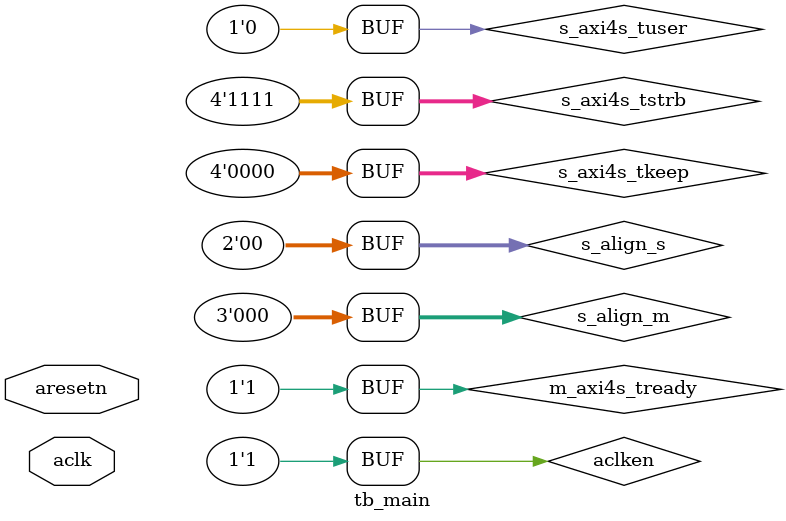
<source format=sv>

`timescale 1ns / 1ps
`default_nettype none


module tb_main
        (
            input   wire        aresetn,
            input   wire        aclk
        );
    

    parameter   bit     HAS_STRB         = 1;
    parameter   bit     HAS_KEEP         = 0;
    parameter   bit     HAS_FIRST        = 1;
    parameter   bit     HAS_LAST         = 1;
    parameter   bit     HAS_ALIGN_S      = 0;  // slave 側のアライメントを指定する
    parameter   bit     HAS_ALIGN_M      = 0;  // master 側のアライメントを指定する
    parameter   int     BYTE_WIDTH       = 8;
    parameter   int     S_TDATA_WIDTH    = 4*8;
    parameter   int     M_TDATA_WIDTH    = 5*8;
    parameter   int     S_TUSER_WIDTH    = 0;
    parameter   bit     AUTO_FIRST       = (HAS_LAST & !HAS_FIRST);    // last の次を自動的に first とする
    parameter   bit     FIRST_OVERWRITE  = 1;  // first時前方に残変換があれば吐き出さずに上書き
    parameter   bit     FIRST_FORCE_LAST = 1;  // first時前方に残変換があれば強制的にlastを付与(残が無い場合はlastはつかない)
    parameter   int     ALIGN_S_WIDTH    = $clog2(S_TDATA_WIDTH / BYTE_WIDTH);
    parameter   int     ALIGN_M_WIDTH    = $clog2(M_TDATA_WIDTH / BYTE_WIDTH);
    parameter   bit     S_REGS           = 1;

    // local
    localparam  int     S_TSTRB_WIDTH    = S_TDATA_WIDTH / BYTE_WIDTH;
    localparam  int     S_TKEEP_WIDTH    = S_TDATA_WIDTH / BYTE_WIDTH;
    localparam  int     M_TSTRB_WIDTH    = M_TDATA_WIDTH / BYTE_WIDTH;
    localparam  int     M_TKEEP_WIDTH    = M_TDATA_WIDTH / BYTE_WIDTH;
    localparam  int     M_TUSER_WIDTH    = S_TUSER_WIDTH * M_TDATA_WIDTH / S_TDATA_WIDTH;
    localparam  int     S_TDATA_BITS     = S_TDATA_WIDTH > 0 ? S_TDATA_WIDTH : 1;
    localparam  int     S_TSTRB_BITS     = S_TSTRB_WIDTH > 0 ? S_TSTRB_WIDTH : 1;
    localparam  int     S_TKEEP_BITS     = S_TKEEP_WIDTH > 0 ? S_TKEEP_WIDTH : 1;
    localparam  int     S_TUSER_BITS     = S_TUSER_WIDTH > 0 ? S_TUSER_WIDTH : 1;
    localparam  int     M_TDATA_BITS     = M_TDATA_WIDTH > 0 ? M_TDATA_WIDTH : 1;
    localparam  int     M_TSTRB_BITS     = M_TSTRB_WIDTH > 0 ? M_TSTRB_WIDTH : 1;
    localparam  int     M_TKEEP_BITS     = M_TKEEP_WIDTH > 0 ? M_TKEEP_WIDTH : 1;
    localparam  int     M_TUSER_BITS     = M_TUSER_WIDTH > 0 ? M_TUSER_WIDTH : 1;
        


//    logic                        aresetn;
//    logic                        aclk;
    logic                        aclken = 1'b1;

    logic                        endian;

    logic    [ALIGN_S_WIDTH-1:0] s_align_s;
    logic    [ALIGN_M_WIDTH-1:0] s_align_m;
    logic    [S_TDATA_BITS-1:0]  s_axi4s_tdata;
    logic    [S_TSTRB_BITS-1:0]  s_axi4s_tstrb;
    logic    [S_TKEEP_BITS-1:0]  s_axi4s_tkeep;
    logic                        s_axi4s_tfirst;
    logic                        s_axi4s_tlast;
    logic    [S_TUSER_BITS-1:0]  s_axi4s_tuser;
    logic                        s_axi4s_tvalid;
    logic                        s_axi4s_tready;
    
    logic    [M_TDATA_BITS-1:0]  m_axi4s_tdata;
    logic    [M_TSTRB_BITS-1:0]  m_axi4s_tstrb;
    logic    [M_TKEEP_BITS-1:0]  m_axi4s_tkeep;
    logic                        m_axi4s_tfirst;
    logic                        m_axi4s_tlast;
    logic    [M_TUSER_BITS-1:0]  m_axi4s_tuser;
    logic                        m_axi4s_tvalid;
    logic                        m_axi4s_tready;


    jelly2_axi4s_width_convert
            #(
                .HAS_STRB           (HAS_STRB        ),
                .HAS_KEEP           (HAS_KEEP        ),
                .HAS_FIRST          (HAS_FIRST       ),
                .HAS_LAST           (HAS_LAST        ),
                .HAS_ALIGN_S        (HAS_ALIGN_S     ),
                .HAS_ALIGN_M        (HAS_ALIGN_M     ),
                .BYTE_WIDTH         (BYTE_WIDTH      ),
                .S_TDATA_WIDTH      (S_TDATA_WIDTH   ),
                .M_TDATA_WIDTH      (M_TDATA_WIDTH   ),
                .S_TUSER_WIDTH      (S_TUSER_WIDTH   ),
                .AUTO_FIRST         (AUTO_FIRST      ),
                .FIRST_OVERWRITE    (FIRST_OVERWRITE ),
                .FIRST_FORCE_LAST   (FIRST_FORCE_LAST),
                .ALIGN_S_WIDTH      (ALIGN_S_WIDTH   ),
                .ALIGN_M_WIDTH      (ALIGN_M_WIDTH   ),
                .S_REGS             (S_REGS          )
            )
        i_axi4s_width_convert
            (
                .aresetn,
                .aclk,
                .aclken,

                .endian,

                .s_align_s,
                .s_align_m,
                .s_axi4s_tdata,
                .s_axi4s_tstrb,
                .s_axi4s_tkeep,
                .s_axi4s_tfirst,
                .s_axi4s_tlast,
                .s_axi4s_tuser,
                .s_axi4s_tvalid,
                .s_axi4s_tready,

                .m_axi4s_tdata,
                .m_axi4s_tstrb,
                .m_axi4s_tkeep,
                .m_axi4s_tfirst,
                .m_axi4s_tlast,
                .m_axi4s_tuser,
                .m_axi4s_tvalid,
                .m_axi4s_tready
            );
    

    logic   [6:0]   count;
    always_ff @(posedge aclk) begin
        if ( ~aresetn ) begin
            count          <= '0;
        end
        else if ( aclken ) begin
              if ( !s_axi4s_tvalid || s_axi4s_tready ) begin
                count <= count + 1;
              end
        end
    end

    assign s_align_s     = '0;
    assign s_align_m     = '0;
    assign s_axi4s_tstrb = '1;
    assign s_axi4s_tkeep = '0;
    assign s_axi4s_tuser = '0;

    always_comb begin
        s_axi4s_tfirst = 'x;
        s_axi4s_tlast  = 'x;
        s_axi4s_tdata  = 'x;
        s_axi4s_tvalid = count[6];
        if ( s_axi4s_tvalid ) begin
            s_axi4s_tfirst = (count[5:0] == 6'h00);
            s_axi4s_tlast  = (count[5:0] == 6'h3f);
            s_axi4s_tdata[8*0 +:8] = {count[5:0], 2'd0};
            s_axi4s_tdata[8*1 +:8] = {count[5:0], 2'd1};
            s_axi4s_tdata[8*2 +:8] = {count[5:0], 2'd2};
            s_axi4s_tdata[8*3 +:8] = {count[5:0], 2'd3};
        end
    end

    assign m_axi4s_tready = 1'b1;

endmodule


`default_nettype wire


// end of file

</source>
